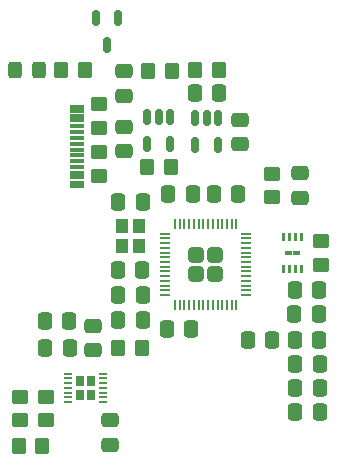
<source format=gbr>
%TF.GenerationSoftware,KiCad,Pcbnew,7.0.9*%
%TF.CreationDate,2024-08-20T21:59:07+03:00*%
%TF.ProjectId,LED-HeadBand,4c45442d-4865-4616-9442-616e642e6b69,rev?*%
%TF.SameCoordinates,Original*%
%TF.FileFunction,Paste,Top*%
%TF.FilePolarity,Positive*%
%FSLAX46Y46*%
G04 Gerber Fmt 4.6, Leading zero omitted, Abs format (unit mm)*
G04 Created by KiCad (PCBNEW 7.0.9) date 2024-08-20 21:59:07*
%MOMM*%
%LPD*%
G01*
G04 APERTURE LIST*
G04 Aperture macros list*
%AMRoundRect*
0 Rectangle with rounded corners*
0 $1 Rounding radius*
0 $2 $3 $4 $5 $6 $7 $8 $9 X,Y pos of 4 corners*
0 Add a 4 corners polygon primitive as box body*
4,1,4,$2,$3,$4,$5,$6,$7,$8,$9,$2,$3,0*
0 Add four circle primitives for the rounded corners*
1,1,$1+$1,$2,$3*
1,1,$1+$1,$4,$5*
1,1,$1+$1,$6,$7*
1,1,$1+$1,$8,$9*
0 Add four rect primitives between the rounded corners*
20,1,$1+$1,$2,$3,$4,$5,0*
20,1,$1+$1,$4,$5,$6,$7,0*
20,1,$1+$1,$6,$7,$8,$9,0*
20,1,$1+$1,$8,$9,$2,$3,0*%
G04 Aperture macros list end*
%ADD10C,0.010000*%
%ADD11R,1.300000X0.300000*%
%ADD12RoundRect,0.250000X-0.337500X-0.475000X0.337500X-0.475000X0.337500X0.475000X-0.337500X0.475000X0*%
%ADD13RoundRect,0.250000X-0.450000X0.350000X-0.450000X-0.350000X0.450000X-0.350000X0.450000X0.350000X0*%
%ADD14RoundRect,0.250000X0.450000X-0.350000X0.450000X0.350000X-0.450000X0.350000X-0.450000X-0.350000X0*%
%ADD15RoundRect,0.250000X-0.475000X0.337500X-0.475000X-0.337500X0.475000X-0.337500X0.475000X0.337500X0*%
%ADD16RoundRect,0.150000X-0.150000X0.512500X-0.150000X-0.512500X0.150000X-0.512500X0.150000X0.512500X0*%
%ADD17RoundRect,0.250000X0.350000X0.450000X-0.350000X0.450000X-0.350000X-0.450000X0.350000X-0.450000X0*%
%ADD18RoundRect,0.249999X-0.395001X0.395001X-0.395001X-0.395001X0.395001X-0.395001X0.395001X0.395001X0*%
%ADD19RoundRect,0.050000X-0.050000X0.387500X-0.050000X-0.387500X0.050000X-0.387500X0.050000X0.387500X0*%
%ADD20RoundRect,0.050000X-0.387500X0.050000X-0.387500X-0.050000X0.387500X-0.050000X0.387500X0.050000X0*%
%ADD21RoundRect,0.250000X0.337500X0.475000X-0.337500X0.475000X-0.337500X-0.475000X0.337500X-0.475000X0*%
%ADD22R,1.000000X1.150000*%
%ADD23RoundRect,0.250000X-0.350000X-0.450000X0.350000X-0.450000X0.350000X0.450000X-0.350000X0.450000X0*%
%ADD24R,0.700000X0.970000*%
%ADD25R,0.700000X0.250000*%
%ADD26RoundRect,0.250000X0.475000X-0.337500X0.475000X0.337500X-0.475000X0.337500X-0.475000X-0.337500X0*%
%ADD27RoundRect,0.250000X0.325000X0.450000X-0.325000X0.450000X-0.325000X-0.450000X0.325000X-0.450000X0*%
G04 APERTURE END LIST*
%TO.C,U3*%
D10*
X149240000Y-45497500D02*
X149040000Y-45497500D01*
X149040000Y-44947500D01*
X149240000Y-44947500D01*
X149240000Y-45497500D01*
G36*
X149240000Y-45497500D02*
G01*
X149040000Y-45497500D01*
X149040000Y-44947500D01*
X149240000Y-44947500D01*
X149240000Y-45497500D01*
G37*
X148740000Y-45497500D02*
X148540000Y-45497500D01*
X148540000Y-44947500D01*
X148740000Y-44947500D01*
X148740000Y-45497500D01*
G36*
X148740000Y-45497500D02*
G01*
X148540000Y-45497500D01*
X148540000Y-44947500D01*
X148740000Y-44947500D01*
X148740000Y-45497500D01*
G37*
X148240000Y-45497500D02*
X148040000Y-45497500D01*
X148040000Y-44947500D01*
X148240000Y-44947500D01*
X148240000Y-45497500D01*
G36*
X148240000Y-45497500D02*
G01*
X148040000Y-45497500D01*
X148040000Y-44947500D01*
X148240000Y-44947500D01*
X148240000Y-45497500D01*
G37*
X147740000Y-45497500D02*
X147540000Y-45497500D01*
X147540000Y-44947500D01*
X147740000Y-44947500D01*
X147740000Y-45497500D01*
G36*
X147740000Y-45497500D02*
G01*
X147540000Y-45497500D01*
X147540000Y-44947500D01*
X147740000Y-44947500D01*
X147740000Y-45497500D01*
G37*
X148990000Y-46697500D02*
X148490000Y-46697500D01*
X148490000Y-46497500D01*
X148990000Y-46497500D01*
X148990000Y-46697500D01*
G36*
X148990000Y-46697500D02*
G01*
X148490000Y-46697500D01*
X148490000Y-46497500D01*
X148990000Y-46497500D01*
X148990000Y-46697500D01*
G37*
X148290000Y-46697500D02*
X147790000Y-46697500D01*
X147790000Y-46497500D01*
X148290000Y-46497500D01*
X148290000Y-46697500D01*
G36*
X148290000Y-46697500D02*
G01*
X147790000Y-46697500D01*
X147790000Y-46497500D01*
X148290000Y-46497500D01*
X148290000Y-46697500D01*
G37*
X149240000Y-48247500D02*
X149040000Y-48247500D01*
X149040000Y-47697500D01*
X149240000Y-47697500D01*
X149240000Y-48247500D01*
G36*
X149240000Y-48247500D02*
G01*
X149040000Y-48247500D01*
X149040000Y-47697500D01*
X149240000Y-47697500D01*
X149240000Y-48247500D01*
G37*
X148740000Y-48247500D02*
X148540000Y-48247500D01*
X148540000Y-47697500D01*
X148740000Y-47697500D01*
X148740000Y-48247500D01*
G36*
X148740000Y-48247500D02*
G01*
X148540000Y-48247500D01*
X148540000Y-47697500D01*
X148740000Y-47697500D01*
X148740000Y-48247500D01*
G37*
X148240000Y-48247500D02*
X148040000Y-48247500D01*
X148040000Y-47697500D01*
X148240000Y-47697500D01*
X148240000Y-48247500D01*
G36*
X148240000Y-48247500D02*
G01*
X148040000Y-48247500D01*
X148040000Y-47697500D01*
X148240000Y-47697500D01*
X148240000Y-48247500D01*
G37*
X147740000Y-48247500D02*
X147540000Y-48247500D01*
X147540000Y-47697500D01*
X147740000Y-47697500D01*
X147740000Y-48247500D01*
G36*
X147740000Y-48247500D02*
G01*
X147540000Y-48247500D01*
X147540000Y-47697500D01*
X147740000Y-47697500D01*
X147740000Y-48247500D01*
G37*
%TD*%
D11*
%TO.C,U6*%
X130156062Y-34279987D03*
X130156062Y-35080089D03*
X130156062Y-36380064D03*
X130156062Y-37380064D03*
X130156062Y-37879936D03*
X130156062Y-38879682D03*
X130155808Y-40180165D03*
X130156062Y-40980013D03*
X130156062Y-40680038D03*
X130155808Y-39879936D03*
X130156062Y-39380064D03*
X130156062Y-38380064D03*
X130156062Y-36879936D03*
X130156062Y-35879936D03*
X130156062Y-35380064D03*
X130156062Y-34579962D03*
%TD*%
D12*
%TO.C,C20*%
X140152500Y-33120000D03*
X142227500Y-33120000D03*
%TD*%
D13*
%TO.C,R10*%
X146700000Y-39920000D03*
X146700000Y-41920000D03*
%TD*%
D14*
%TO.C,R9*%
X150820000Y-47650000D03*
X150820000Y-45650000D03*
%TD*%
%TO.C,R3*%
X125349000Y-60810000D03*
X125349000Y-58810000D03*
%TD*%
D15*
%TO.C,C12*%
X149030000Y-39902500D03*
X149030000Y-41977500D03*
%TD*%
D12*
%TO.C,C7*%
X133652500Y-52310000D03*
X135727500Y-52310000D03*
%TD*%
D16*
%TO.C,Q1*%
X133639600Y-26782600D03*
X131739600Y-26782600D03*
X132689600Y-29057600D03*
%TD*%
D12*
%TO.C,C4*%
X137773500Y-53035200D03*
X139848500Y-53035200D03*
%TD*%
D17*
%TO.C,R11*%
X142170000Y-31150000D03*
X140170000Y-31150000D03*
%TD*%
D14*
%TO.C,R6*%
X132070000Y-36030000D03*
X132070000Y-34030000D03*
%TD*%
D18*
%TO.C,U2*%
X141871600Y-46799600D03*
X140271600Y-46799600D03*
X141871600Y-48399600D03*
X140271600Y-48399600D03*
D19*
X143671600Y-44162100D03*
X143271600Y-44162100D03*
X142871600Y-44162100D03*
X142471600Y-44162100D03*
X142071600Y-44162100D03*
X141671600Y-44162100D03*
X141271600Y-44162100D03*
X140871600Y-44162100D03*
X140471600Y-44162100D03*
X140071600Y-44162100D03*
X139671600Y-44162100D03*
X139271600Y-44162100D03*
X138871600Y-44162100D03*
X138471600Y-44162100D03*
D20*
X137634100Y-44999600D03*
X137634100Y-45399600D03*
X137634100Y-45799600D03*
X137634100Y-46199600D03*
X137634100Y-46599600D03*
X137634100Y-46999600D03*
X137634100Y-47399600D03*
X137634100Y-47799600D03*
X137634100Y-48199600D03*
X137634100Y-48599600D03*
X137634100Y-48999600D03*
X137634100Y-49399600D03*
X137634100Y-49799600D03*
X137634100Y-50199600D03*
D19*
X138471600Y-51037100D03*
X138871600Y-51037100D03*
X139271600Y-51037100D03*
X139671600Y-51037100D03*
X140071600Y-51037100D03*
X140471600Y-51037100D03*
X140871600Y-51037100D03*
X141271600Y-51037100D03*
X141671600Y-51037100D03*
X142071600Y-51037100D03*
X142471600Y-51037100D03*
X142871600Y-51037100D03*
X143271600Y-51037100D03*
X143671600Y-51037100D03*
D20*
X144509100Y-50199600D03*
X144509100Y-49799600D03*
X144509100Y-49399600D03*
X144509100Y-48999600D03*
X144509100Y-48599600D03*
X144509100Y-48199600D03*
X144509100Y-47799600D03*
X144509100Y-47399600D03*
X144509100Y-46999600D03*
X144509100Y-46599600D03*
X144509100Y-46199600D03*
X144509100Y-45799600D03*
X144509100Y-45399600D03*
X144509100Y-44999600D03*
%TD*%
D17*
%TO.C,R4*%
X138140000Y-39390000D03*
X136140000Y-39390000D03*
%TD*%
D21*
%TO.C,C6*%
X150643500Y-51816000D03*
X148568500Y-51816000D03*
%TD*%
D22*
%TO.C,Y1*%
X135380000Y-46075000D03*
X135380000Y-44325000D03*
X133980000Y-44325000D03*
X133980000Y-46075000D03*
%TD*%
D16*
%TO.C,U4*%
X142090000Y-35192500D03*
X141140000Y-35192500D03*
X140190000Y-35192500D03*
X140190000Y-37467500D03*
X142090000Y-37467500D03*
%TD*%
D21*
%TO.C,C8*%
X150697500Y-53975000D03*
X148622500Y-53975000D03*
%TD*%
D23*
%TO.C,R8*%
X133650000Y-54660000D03*
X135650000Y-54660000D03*
%TD*%
D12*
%TO.C,C1*%
X141761300Y-41656000D03*
X143836300Y-41656000D03*
%TD*%
D24*
%TO.C,U1*%
X130460000Y-57475000D03*
X130460000Y-58650000D03*
X131355000Y-57478900D03*
X131355000Y-58650000D03*
D25*
X129430000Y-56862500D03*
X129430000Y-57262500D03*
X129430000Y-57662500D03*
X129430000Y-58062500D03*
X129430000Y-58462500D03*
X129430000Y-58862500D03*
X129430000Y-59262500D03*
X132380000Y-59262500D03*
X132380000Y-58862500D03*
X132380000Y-58462500D03*
X132380000Y-58062500D03*
X132380000Y-57662500D03*
X132380000Y-57262500D03*
X132380000Y-56862500D03*
%TD*%
D26*
%TO.C,C22*%
X134180000Y-38017500D03*
X134180000Y-35942500D03*
%TD*%
D27*
%TO.C,D1*%
X126958200Y-31140400D03*
X124908200Y-31140400D03*
%TD*%
D12*
%TO.C,C14*%
X133622500Y-48120000D03*
X135697500Y-48120000D03*
%TD*%
D17*
%TO.C,R12*%
X138180000Y-31230000D03*
X136180000Y-31230000D03*
%TD*%
D21*
%TO.C,C11*%
X150687500Y-49730000D03*
X148612500Y-49730000D03*
%TD*%
D15*
%TO.C,C17*%
X131530000Y-52792500D03*
X131530000Y-54867500D03*
%TD*%
D14*
%TO.C,R2*%
X127508000Y-60817000D03*
X127508000Y-58817000D03*
%TD*%
D15*
%TO.C,C19*%
X132969000Y-60811500D03*
X132969000Y-62886500D03*
%TD*%
D12*
%TO.C,C16*%
X127462500Y-54670000D03*
X129537500Y-54670000D03*
%TD*%
D26*
%TO.C,C18*%
X143990000Y-37447500D03*
X143990000Y-35372500D03*
%TD*%
D21*
%TO.C,C10*%
X150719000Y-58034000D03*
X148644000Y-58034000D03*
%TD*%
D17*
%TO.C,R5*%
X130844800Y-31140400D03*
X128844800Y-31140400D03*
%TD*%
D23*
%TO.C,R1*%
X125238000Y-62950000D03*
X127238000Y-62950000D03*
%TD*%
D21*
%TO.C,C24*%
X150719000Y-60066000D03*
X148644000Y-60066000D03*
%TD*%
D12*
%TO.C,C15*%
X127442500Y-52410000D03*
X129517500Y-52410000D03*
%TD*%
D13*
%TO.C,R7*%
X132060000Y-38090000D03*
X132060000Y-40090000D03*
%TD*%
D21*
%TO.C,C13*%
X135757500Y-42320000D03*
X133682500Y-42320000D03*
%TD*%
%TO.C,C9*%
X150719000Y-56002000D03*
X148644000Y-56002000D03*
%TD*%
%TO.C,C2*%
X139975500Y-41656000D03*
X137900500Y-41656000D03*
%TD*%
D16*
%TO.C,U5*%
X138030000Y-35152500D03*
X137080000Y-35152500D03*
X136130000Y-35152500D03*
X136130000Y-37427500D03*
X138030000Y-37427500D03*
%TD*%
D26*
%TO.C,C21*%
X134140000Y-33347500D03*
X134140000Y-31272500D03*
%TD*%
D21*
%TO.C,C5*%
X146706500Y-53975000D03*
X144631500Y-53975000D03*
%TD*%
D12*
%TO.C,C3*%
X133652500Y-50170000D03*
X135727500Y-50170000D03*
%TD*%
M02*

</source>
